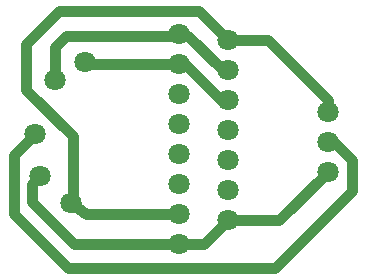
<source format=gbl>
G04 Layer: BottomLayer*
G04 EasyEDA v6.5.22, 2023-01-21 16:45:32*
G04 4a6858e99da5455eb5449b68f4786d1d,dfc3211adda64e72838fb7ae4655844f,10*
G04 Gerber Generator version 0.2*
G04 Scale: 100 percent, Rotated: No, Reflected: No *
G04 Dimensions in millimeters *
G04 leading zeros omitted , absolute positions ,4 integer and 5 decimal *
%FSLAX45Y45*%
%MOMM*%

%ADD10C,0.9000*%
%ADD11C,1.8000*%

%LPD*%
D10*
X5334000Y3886200D02*
G01*
X4926584Y3478784D01*
X4491990Y3478784D01*
X4491990Y3478784D02*
G01*
X4289806Y3276600D01*
X4076700Y3276600D01*
X3162300Y3619500D02*
G01*
X3289300Y3530600D01*
X4076700Y3530600D01*
X4076700Y5038166D02*
G01*
X4076700Y5054600D01*
X4076700Y3276600D02*
G01*
X3187700Y3276600D01*
X2832100Y3632200D01*
X2832100Y3784600D01*
X2895600Y3848100D01*
X4076700Y5038092D02*
G01*
X3120392Y5038092D01*
X3022600Y4940300D01*
X3022600Y4660900D01*
X5334000Y4394200D02*
G01*
X5334000Y4495800D01*
X4827015Y5002784D01*
X4491990Y5002784D01*
X2857500Y4203700D02*
G01*
X2679700Y4025900D01*
X2679700Y3530600D01*
X3136900Y3073400D01*
X4889500Y3073400D01*
X5537200Y3721100D01*
X5537200Y3987800D01*
X5384800Y4140200D01*
X5334000Y4140200D01*
X4076700Y4800600D02*
G01*
X3289300Y4800600D01*
X3276600Y4813300D01*
X4491990Y4494784D02*
G01*
X4433315Y4494784D01*
X4127500Y4800600D01*
X4076700Y4800600D01*
X4491990Y4748784D02*
G01*
X4446015Y4748784D01*
X4156709Y5038089D01*
X4076700Y5038089D01*
X4491990Y5002784D02*
G01*
X4249674Y5245100D01*
X3060700Y5245100D01*
X2783331Y4967731D01*
X2783331Y4582668D01*
X3177031Y4188968D01*
X3177031Y3619500D01*
D11*
G01*
X4491990Y5002784D03*
G01*
X4491990Y4748784D03*
G01*
X4491990Y4494784D03*
G01*
X4491990Y4240784D03*
G01*
X4491990Y3986784D03*
G01*
X4491990Y3732784D03*
G01*
X4491990Y3478784D03*
G01*
X4076700Y3276600D03*
G01*
X4076700Y3530600D03*
G01*
X4076700Y3784600D03*
G01*
X4076700Y4038600D03*
G01*
X4076700Y4292600D03*
G01*
X4076700Y4546600D03*
G01*
X4076700Y4800600D03*
G01*
X4076700Y5054600D03*
G01*
X5334000Y4140200D03*
G01*
X5334000Y4394200D03*
G01*
X5334000Y3886200D03*
G01*
X3022600Y4660900D03*
G01*
X3276600Y4813300D03*
G01*
X3162300Y3619500D03*
G01*
X2895600Y3848100D03*
G01*
X2857500Y4203700D03*
M02*

</source>
